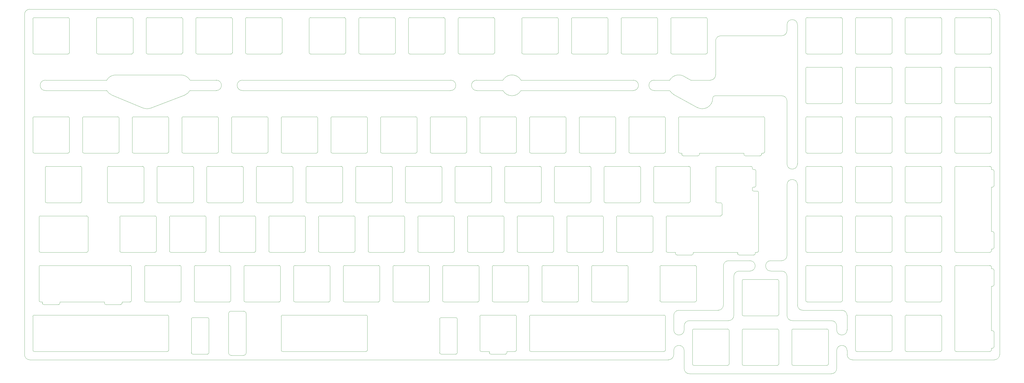
<source format=gbr>
%TF.GenerationSoftware,KiCad,Pcbnew,7.0.9*%
%TF.CreationDate,2023-12-13T22:48:57+01:00*%
%TF.ProjectId,E80-1800-plate-universal,4538302d-3138-4303-902d-706c6174652d,rev?*%
%TF.SameCoordinates,Original*%
%TF.FileFunction,Profile,NP*%
%FSLAX46Y46*%
G04 Gerber Fmt 4.6, Leading zero omitted, Abs format (unit mm)*
G04 Created by KiCad (PCBNEW 7.0.9) date 2023-12-13 22:48:57*
%MOMM*%
%LPD*%
G01*
G04 APERTURE LIST*
%TA.AperFunction,Profile*%
%ADD10C,0.100000*%
%TD*%
G04 APERTURE END LIST*
D10*
X360615890Y-75206250D02*
X360615890Y-58143750D01*
X347115890Y-50150000D02*
X360115890Y-50150000D01*
X361115891Y-58143750D02*
X360615890Y-58143750D01*
X361115892Y-81956250D02*
X360615890Y-81956251D01*
X347115890Y-50150000D02*
G75*
G03*
X346615890Y-50650000I1J-500001D01*
G01*
X360614774Y-50652764D02*
X360615890Y-51393749D01*
X360115890Y-83200000D02*
X347115890Y-83200000D01*
X346615890Y-82700000D02*
G75*
G03*
X347115890Y-83200000I500001J1D01*
G01*
X361615840Y-75706251D02*
G75*
G03*
X361115891Y-75206250I-499950J51D01*
G01*
X360615890Y-82700000D02*
X360615890Y-81956251D01*
X360614727Y-50652764D02*
G75*
G03*
X360114774Y-50152763I-499937J64D01*
G01*
X361115891Y-75206250D02*
X360615890Y-75206250D01*
X346615890Y-82700000D02*
X346615890Y-50650000D01*
X361615891Y-57643749D02*
X361615891Y-51893749D01*
X361115892Y-81956301D02*
G75*
G03*
X361615891Y-81456251I-102J500101D01*
G01*
X361115891Y-58143800D02*
G75*
G03*
X361615890Y-57643751I-101J500100D01*
G01*
X361615840Y-51893750D02*
G75*
G03*
X361115892Y-51393750I-499950J50D01*
G01*
X361615891Y-81456251D02*
X361615891Y-75706251D01*
X360115890Y-83200000D02*
G75*
G03*
X360615890Y-82700000I0J500000D01*
G01*
X361115892Y-51393750D02*
X360615890Y-51393749D01*
X361615891Y-113806251D02*
G75*
G03*
X361115891Y-113306250I-499967J34D01*
G01*
X361615891Y-119556251D02*
X361615891Y-113806251D01*
X361615891Y-95743749D02*
X361615891Y-89993749D01*
X361115891Y-96243700D02*
G75*
G03*
X361615890Y-95743751I-1J500000D01*
G01*
X361115892Y-120056250D02*
G75*
G03*
X361615891Y-119556251I-86J500085D01*
G01*
X361615940Y-89993750D02*
G75*
G03*
X361115892Y-89493750I-500050J-50D01*
G01*
X361115892Y-120056250D02*
X360615890Y-120056251D01*
X361115891Y-113306250D02*
X360615890Y-113306250D01*
X360615890Y-120800000D02*
X360615890Y-120056251D01*
X360614774Y-88752764D02*
X360615890Y-89493749D01*
X361115892Y-89493750D02*
X360615890Y-89493749D01*
X360615890Y-113306250D02*
X360615890Y-96243750D01*
X361115891Y-96243750D02*
X360615890Y-96243750D01*
X346615890Y-120800000D02*
X346615890Y-88750000D01*
X360614827Y-88752764D02*
G75*
G03*
X360114774Y-88252763I-500037J-36D01*
G01*
X360115890Y-121300000D02*
X347115890Y-121300000D01*
X347115890Y-88250000D02*
G75*
G03*
X346615890Y-88750000I0J-500000D01*
G01*
X347115890Y-88250000D02*
X360115890Y-88250000D01*
X346615890Y-120800000D02*
G75*
G03*
X347115890Y-121300000I500001J1D01*
G01*
X360115890Y-121300001D02*
G75*
G03*
X360615890Y-120800000I-2J500002D01*
G01*
X268937500Y-59175000D02*
G75*
G03*
X269437500Y-59675000I500000J0D01*
G01*
X269437499Y-58143700D02*
G75*
G03*
X268937500Y-58643749I1J-500000D01*
G01*
X268937452Y-50893748D02*
G75*
G03*
X269437500Y-51393748I500048J48D01*
G01*
X268937500Y-50650000D02*
G75*
G03*
X268437500Y-50150000I-500000J0D01*
G01*
X271318700Y-60175000D02*
G75*
G03*
X270818750Y-59675000I-500000J0D01*
G01*
X257318500Y-64650000D02*
G75*
G03*
X256818518Y-64150000I-500000J0D01*
G01*
X256818518Y-69200018D02*
G75*
G03*
X257318518Y-68700002I-18J500018D01*
G01*
X254937500Y-63650000D02*
G75*
G03*
X255437500Y-64150000I500000J0D01*
G01*
X268937500Y-50650000D02*
X268937500Y-50893748D01*
X255437500Y-50150000D02*
X268437500Y-50150000D01*
X270318749Y-57643748D02*
X270318749Y-51893748D01*
X269818749Y-58143748D02*
G75*
G03*
X270318748Y-57643749I-16J500015D01*
G01*
X270318748Y-51893748D02*
G75*
G03*
X269818749Y-51393748I-500040J-40D01*
G01*
X269818749Y-51393748D02*
X269437500Y-51393748D01*
X269818749Y-58143748D02*
X269437499Y-58143749D01*
X270818750Y-59675000D02*
X269437500Y-59675000D01*
X268937500Y-59175000D02*
X268937500Y-58643749D01*
X256818518Y-64150000D02*
X255437500Y-64150000D01*
X257318518Y-68700002D02*
X257318518Y-64650000D01*
X307310036Y-124499520D02*
X361812661Y-124499520D01*
X261860036Y-107462500D02*
X261860036Y-92412500D01*
X-8202314Y10200000D02*
G75*
G03*
X-10202314Y8200000I-1J-1999999D01*
G01*
X256870972Y22D02*
G75*
G03*
X254870972Y-1999999I-28J-1999972D01*
G01*
X245396540Y-17050000D02*
X252870973Y-17050000D01*
X53261777Y-17050005D02*
G75*
G03*
X49797686Y-15050000I-3464133J-2000045D01*
G01*
X173295934Y-21050000D02*
X163229166Y-21050000D01*
X305310036Y-112980320D02*
X305310036Y-107462500D01*
X301309994Y-111462500D02*
G75*
G03*
X299310036Y-109462500I-1999950J50D01*
G01*
X361812661Y10200000D02*
X-8202314Y10200000D01*
X242702607Y-15553370D02*
X245396540Y-17050000D01*
X259860036Y-86412442D02*
G75*
G03*
X257860036Y-88412500I8J-2000008D01*
G01*
X231295934Y-17050000D02*
X237295934Y-17050000D01*
X-10202314Y8200000D02*
X-10202314Y-122498140D01*
X254760036Y-23050000D02*
X280260036Y-23050000D01*
X286260036Y-103462500D02*
X286260036Y-57231249D01*
X63328555Y-21050000D02*
X53261787Y-21050000D01*
X263860036Y-90412500D02*
X268060036Y-90412500D01*
X-2202314Y-17050000D02*
X21333584Y-17050000D01*
X282260036Y2000000D02*
X282260036Y4200000D01*
X259860036Y-109462500D02*
X244810036Y-109462500D01*
X-2202315Y-17050000D02*
G75*
G03*
X-2202313Y-21050000I1J-2000000D01*
G01*
X242810036Y-120980320D02*
G75*
G03*
X238810036Y-120980320I-2000000J0D01*
G01*
X73816136Y-105800420D02*
X69066436Y-105800420D01*
X242810036Y-127862020D02*
X242810036Y-120980320D01*
X257860036Y-88412500D02*
X257860036Y-103462500D01*
X301310036Y-112980320D02*
X301310036Y-111462500D01*
X282260036Y-107462500D02*
X282260036Y-92412500D01*
X238810036Y-107462500D02*
X238810036Y-112980320D01*
X276060036Y-90412500D02*
X280260036Y-90412500D01*
X21333590Y-21049995D02*
G75*
G03*
X23259224Y-22742307I3464154J2000045D01*
G01*
X223295934Y-21050000D02*
X180224137Y-21050000D01*
X305309994Y-107462500D02*
G75*
G03*
X303310036Y-105462500I-1999950J50D01*
G01*
X256870973Y0D02*
X280260036Y0D01*
X238810036Y-120980320D02*
X238810036Y-122498140D01*
X286260036Y-57231249D02*
G75*
G03*
X282260036Y-57231249I-2000000J0D01*
G01*
X153229166Y-21050100D02*
G75*
G03*
X153229166Y-17050000I-22J2000050D01*
G01*
X73328555Y-17050000D02*
G75*
G03*
X73328555Y-21050000I-1J-2000000D01*
G01*
X173295935Y-21050000D02*
G75*
G03*
X180224137Y-21050000I3464101J2000001D01*
G01*
X282260036Y-57231249D02*
X282260036Y-84412500D01*
X255860036Y-105462500D02*
X240810036Y-105462500D01*
X180224137Y-17050000D02*
X223295934Y-17050000D01*
X263860036Y-90412442D02*
G75*
G03*
X261860036Y-92412500I8J-2000008D01*
G01*
X51233600Y-22783380D02*
G75*
G03*
X53261785Y-21050000I-1435956J3733430D01*
G01*
X238817464Y-22546629D02*
X247817464Y-27546629D01*
X259860036Y-86412500D02*
X268060036Y-86412500D01*
X361812661Y-124499567D02*
G75*
G03*
X363812661Y-122499520I-17J2000017D01*
G01*
X254760036Y-23049942D02*
G75*
G03*
X253760036Y-24050000I8J-1000008D01*
G01*
X268060036Y-90412600D02*
G75*
G03*
X268060036Y-86412500I8J2000050D01*
G01*
X68066436Y-121797700D02*
X68066436Y-106800420D01*
X-10202313Y-122498140D02*
G75*
G03*
X-8202314Y-124498139I1999999J0D01*
G01*
X299310036Y-129862042D02*
G75*
G03*
X301310036Y-127862020I8J1999992D01*
G01*
X255860036Y-105462542D02*
G75*
G03*
X257860036Y-103462500I8J1999992D01*
G01*
X63328555Y-21050000D02*
G75*
G03*
X63328555Y-17050000I-1J2000000D01*
G01*
X242702620Y-15553343D02*
G75*
G03*
X237295933Y-17050000I-1942576J-3496607D01*
G01*
X-2202314Y-21050000D02*
X21333584Y-21050000D01*
X305310074Y-122499520D02*
G75*
G03*
X307310036Y-124499520I1999970J-30D01*
G01*
X69066436Y-105800442D02*
G75*
G03*
X68066436Y-106800420I8J-1000008D01*
G01*
X286260036Y4200000D02*
G75*
G03*
X282260036Y4200000I-2000000J0D01*
G01*
X238810036Y-112980320D02*
G75*
G03*
X242810036Y-112980320I2000000J0D01*
G01*
X236810036Y-124498140D02*
X-8202314Y-124498140D01*
X252870973Y-17050078D02*
G75*
G03*
X254870972Y-15050000I-29J2000028D01*
G01*
X163229166Y-17050100D02*
G75*
G03*
X163229166Y-21050000I-22J-1999950D01*
G01*
X244810036Y-109462442D02*
G75*
G03*
X242810036Y-111462500I8J-2000008D01*
G01*
X282260094Y-107462500D02*
G75*
G03*
X284260036Y-109462500I1999950J-50D01*
G01*
X363812593Y8200000D02*
G75*
G03*
X361812661Y10199999I-1999949J50D01*
G01*
X74816174Y-106800420D02*
G75*
G03*
X73816136Y-105800420I-1000030J-30D01*
G01*
X244810036Y-129862020D02*
X299310036Y-129862020D01*
X363812661Y-122499520D02*
X363812661Y8200000D01*
X282260036Y-25050000D02*
X282260036Y-49231250D01*
X286260094Y-103462500D02*
G75*
G03*
X288260036Y-105462500I1999950J-50D01*
G01*
X305310036Y-120980320D02*
G75*
G03*
X301310036Y-120980320I-2000000J0D01*
G01*
X299310036Y-109462500D02*
X284260036Y-109462500D01*
X24797686Y-15050000D02*
X49797686Y-15050000D01*
X280260036Y-86412542D02*
G75*
G03*
X282260036Y-84412500I8J1999992D01*
G01*
X282259994Y-25050000D02*
G75*
G03*
X280260036Y-23050000I-1999950J50D01*
G01*
X301310036Y-127862020D02*
X301310036Y-120980320D01*
X74816136Y-106800420D02*
X74816136Y-121797700D01*
X242810074Y-127862020D02*
G75*
G03*
X244810036Y-129862020I1999970J-30D01*
G01*
X153229166Y-21050000D02*
X73328555Y-21050000D01*
X254870973Y-2000000D02*
X254870973Y-15050000D01*
X35259211Y-27742334D02*
G75*
G03*
X38233601Y-27783380I1538433J3692384D01*
G01*
X24797686Y-15050002D02*
G75*
G03*
X21333585Y-17050000I-2J-3999998D01*
G01*
X247817448Y-27546655D02*
G75*
G03*
X253760035Y-24049999I1942596J3496605D01*
G01*
X259860036Y-109462542D02*
G75*
G03*
X261860036Y-107462500I8J1999992D01*
G01*
X236810036Y-124498142D02*
G75*
G03*
X238810036Y-122498140I8J1999992D01*
G01*
X276060036Y-86412400D02*
G75*
G03*
X276060036Y-90412500I8J-2000050D01*
G01*
X73816136Y-122797742D02*
G75*
G03*
X74816136Y-121797700I8J999992D01*
G01*
X163229166Y-17050000D02*
X173295934Y-17050000D01*
X288260036Y-105462500D02*
X303310036Y-105462500D01*
X237295921Y-21050006D02*
G75*
G03*
X238817462Y-22546627I3464123J2000056D01*
G01*
X276060036Y-86412500D02*
X280260036Y-86412500D01*
X53261787Y-17050000D02*
X63328555Y-17050000D01*
X73328555Y-17050000D02*
X153229166Y-17050000D01*
X23259224Y-22742307D02*
X35259224Y-27742307D01*
X280260036Y-42D02*
G75*
G03*
X282260036Y2000000I8J1999992D01*
G01*
X301310036Y-112980320D02*
G75*
G03*
X305310036Y-112980320I2000000J0D01*
G01*
X305310036Y-122499520D02*
X305310036Y-120980320D01*
X240810036Y-105462442D02*
G75*
G03*
X238810036Y-107462500I8J-2000008D01*
G01*
X282260036Y-49231250D02*
G75*
G03*
X286260036Y-49231250I2000000J0D01*
G01*
X286260036Y4200000D02*
X286260036Y-49231250D01*
X180224148Y-17049994D02*
G75*
G03*
X173295936Y-17050001I-3464104J-2000056D01*
G01*
X282259994Y-92412500D02*
G75*
G03*
X280260036Y-90412500I-1999950J50D01*
G01*
X223295934Y-21049900D02*
G75*
G03*
X223295934Y-17050000I10J1999950D01*
G01*
X38233602Y-27783382D02*
X51233602Y-22783382D01*
X242810036Y-111462500D02*
X242810036Y-112980320D01*
X231295934Y-17050100D02*
G75*
G03*
X231295934Y-21050000I10J-1999950D01*
G01*
X237295934Y-21050000D02*
X231295934Y-21050000D01*
X69066436Y-122797700D02*
X73816136Y-122797700D01*
X68066494Y-121797700D02*
G75*
G03*
X69066436Y-122797700I999950J-50D01*
G01*
X-4118750Y-102250000D02*
X-3375000Y-102250001D01*
X20437500Y-102250001D02*
X3375000Y-102250001D01*
X168075000Y-121800001D02*
X168075000Y-121300000D01*
X174825000Y-121800001D02*
X174825000Y-121300001D01*
X177947236Y-121298884D02*
X174825000Y-121300001D01*
X270818750Y-83200050D02*
G75*
G03*
X271318750Y-82700000I-50J500050D01*
G01*
X270075000Y-83700001D02*
X270075000Y-83200000D01*
X270075000Y-83200000D02*
X270818750Y-83200000D01*
X236387500Y-83200000D02*
X239512500Y-83200000D01*
X241893750Y-45600001D02*
X241893750Y-45100000D01*
X248643750Y-45600001D02*
X248643750Y-45100000D01*
X265706250Y-45600001D02*
X265706250Y-45100000D01*
X272456250Y-45600001D02*
X272456250Y-45100000D01*
X273197236Y-45098884D02*
X272456250Y-45100000D01*
X248643750Y-45100000D02*
X265706250Y-45100000D01*
X241150000Y-45100000D02*
X241893750Y-45100000D01*
X241893799Y-45600001D02*
G75*
G03*
X242393750Y-46100001I500001J1D01*
G01*
X242393750Y-46100001D02*
X248143750Y-46100001D01*
X248143750Y-46100050D02*
G75*
G03*
X248643750Y-45600001I-50J500050D01*
G01*
X20437500Y-102750001D02*
G75*
G03*
X20937499Y-103250000I500100J101D01*
G01*
X26687500Y-103250000D02*
G75*
G03*
X27187500Y-102750001I0J500000D01*
G01*
X-3375000Y-102750001D02*
G75*
G03*
X-2875000Y-103250001I500001J1D01*
G01*
X2875000Y-103250000D02*
G75*
G03*
X3375000Y-102750001I0J500000D01*
G01*
X20437500Y-102250001D02*
X20437500Y-102750001D01*
X-2875000Y-103250001D02*
X2875000Y-103250001D01*
X-3375000Y-102250001D02*
X-3375000Y-102750001D01*
X3375000Y-102250001D02*
X3375000Y-102750001D01*
X27187500Y-102250000D02*
X27187500Y-102750001D01*
X20937500Y-103250001D02*
X26687500Y-103250001D01*
X263325000Y-83700001D02*
G75*
G03*
X263824999Y-84200000I500100J101D01*
G01*
X245762500Y-84200000D02*
G75*
G03*
X246262500Y-83700001I0J500000D01*
G01*
X239512499Y-83700001D02*
G75*
G03*
X240012500Y-84200001I500001J1D01*
G01*
X269575000Y-84200000D02*
G75*
G03*
X270075000Y-83700001I0J500000D01*
G01*
X263325000Y-83200000D02*
X263325000Y-83700001D01*
X246262500Y-83200000D02*
X246262500Y-83700001D01*
X240012500Y-84200001D02*
X245762500Y-84200001D01*
X263825000Y-84200001D02*
X269575000Y-84200001D01*
X239512500Y-83200000D02*
X239512500Y-83700001D01*
X265706200Y-45600001D02*
G75*
G03*
X266206249Y-46100000I500100J101D01*
G01*
X271956250Y-46099950D02*
G75*
G03*
X272456250Y-45600001I50J499950D01*
G01*
X266206250Y-46100001D02*
X271956250Y-46100001D01*
X168074999Y-121800001D02*
G75*
G03*
X168574999Y-122300001I500001J1D01*
G01*
X174325000Y-122300000D02*
G75*
G03*
X174825000Y-121800001I0J500000D01*
G01*
X168575000Y-122300001D02*
X174325000Y-122300001D01*
X149024999Y-121800001D02*
G75*
G03*
X149524999Y-122300001I500001J1D01*
G01*
X60524999Y-108800001D02*
G75*
G03*
X60025000Y-108300001I-499999J1D01*
G01*
X53774999Y-121800001D02*
G75*
G03*
X54275000Y-122300001I500001J1D01*
G01*
X155275000Y-122299999D02*
G75*
G03*
X155774999Y-121800001I0J499999D01*
G01*
X54275000Y-108300000D02*
G75*
G03*
X53775000Y-108800001I0J-500000D01*
G01*
X60025000Y-122300000D02*
G75*
G03*
X60525000Y-121800001I0J500000D01*
G01*
X149525000Y-108299999D02*
G75*
G03*
X149024999Y-108800001I0J-500001D01*
G01*
X155773799Y-108800001D02*
G75*
G03*
X155273789Y-108300001I-499999J1D01*
G01*
X149525000Y-122300001D02*
X155275000Y-122300001D01*
X149525000Y-108300001D02*
X155273789Y-108300001D01*
X149025000Y-108800001D02*
X149025000Y-121800001D01*
X155773789Y-108800001D02*
X155775000Y-121800001D01*
X54275000Y-108300001D02*
X60025000Y-108300001D01*
X53775000Y-108800001D02*
X53775000Y-121800001D01*
X54275000Y-122300001D02*
X60025000Y-122300001D01*
X60525000Y-108800001D02*
X60525000Y-121800001D01*
X6497236Y-6998936D02*
G75*
G03*
X6997236Y-6498884I-36J500036D01*
G01*
X-6500000Y7000000D02*
G75*
G03*
X-7000000Y6500000I1J-500001D01*
G01*
X-7000000Y-6500000D02*
G75*
G03*
X-6500000Y-7000000I500001J1D01*
G01*
X7000000Y6500000D02*
G75*
G03*
X6500000Y7000000I-500000J0D01*
G01*
X-7000000Y-6500000D02*
X-7000000Y6500000D01*
X-6500000Y7000000D02*
X6500000Y7000000D01*
X7000000Y6500000D02*
X7000000Y-6500000D01*
X6500000Y-7000000D02*
X-6500000Y-7000000D01*
X121300000Y-107800000D02*
G75*
G03*
X120800000Y-107300000I-500000J0D01*
G01*
X120797236Y-121298836D02*
G75*
G03*
X121297236Y-120798884I64J499936D01*
G01*
X121300000Y-107800000D02*
X121300000Y-120800000D01*
X-4618750Y-82700000D02*
G75*
G03*
X-4118750Y-83200000I500001J1D01*
G01*
X-4118750Y-69200000D02*
G75*
G03*
X-4618750Y-69700000I1J-500001D01*
G01*
X13640986Y-83198884D02*
X-4118750Y-83200000D01*
X-4618750Y-82700000D02*
X-4618750Y-69700000D01*
X-4118750Y-69200000D02*
X13643750Y-69200000D01*
X360113126Y-45098826D02*
G75*
G03*
X360613126Y-44598884I74J499926D01*
G01*
X346615900Y-44600000D02*
G75*
G03*
X347115890Y-45100000I500000J0D01*
G01*
X360615900Y-31600000D02*
G75*
G03*
X360115890Y-31100000I-500000J0D01*
G01*
X347115890Y-31099990D02*
G75*
G03*
X346615890Y-31600000I10J-500010D01*
G01*
X346615890Y-44600000D02*
X346615890Y-31600000D01*
X360115890Y-45100000D02*
X347115890Y-45100000D01*
X347115890Y-31100000D02*
X360115890Y-31100000D01*
X360615890Y-31600000D02*
X360615890Y-44600000D01*
X279057987Y-94107913D02*
G75*
G03*
X278558025Y-93607913I-499987J13D01*
G01*
X278555261Y-107606861D02*
G75*
G03*
X279055261Y-107106797I39J499961D01*
G01*
X265057987Y-107107913D02*
G75*
G03*
X265558025Y-107607913I500013J13D01*
G01*
X265558025Y-93607925D02*
G75*
G03*
X265058025Y-94107913I-25J-499975D01*
G01*
X278558025Y-107607913D02*
X265558025Y-107607913D01*
X265558025Y-93607913D02*
X278558025Y-93607913D01*
X279058025Y-94107913D02*
X279058025Y-107107913D01*
X265058025Y-107107913D02*
X265058025Y-94107913D01*
X-6500000Y-31100000D02*
G75*
G03*
X-7000000Y-31600000I1J-500001D01*
G01*
X7000000Y-31600000D02*
G75*
G03*
X6500000Y-31100000I-500000J0D01*
G01*
X6497236Y-45098836D02*
G75*
G03*
X6997236Y-44598884I64J499936D01*
G01*
X-7000000Y-44600000D02*
G75*
G03*
X-6500000Y-45100000I500001J1D01*
G01*
X6500000Y-45100000D02*
X-6500000Y-45100000D01*
X7000000Y-31600000D02*
X7000000Y-44600000D01*
X-6500000Y-31100000D02*
X6500000Y-31100000D01*
X-7000000Y-44600000D02*
X-7000000Y-31600000D01*
X259505261Y-126656861D02*
G75*
G03*
X260005261Y-126156797I39J499961D01*
G01*
X246508025Y-112657925D02*
G75*
G03*
X246008025Y-113157913I-25J-499975D01*
G01*
X246007987Y-126157913D02*
G75*
G03*
X246508025Y-126657913I500013J13D01*
G01*
X260007987Y-113157913D02*
G75*
G03*
X259508025Y-112657913I-499987J13D01*
G01*
X246508025Y-112657913D02*
X259508025Y-112657913D01*
X246008025Y-126157913D02*
X246008025Y-113157913D01*
X260008025Y-113157913D02*
X260008025Y-126157913D01*
X259508025Y-126657913D02*
X246508025Y-126657913D01*
X303465900Y6500000D02*
G75*
G03*
X302965890Y7000000I-500000J0D01*
G01*
X289965890Y7000010D02*
G75*
G03*
X289465890Y6500000I10J-500010D01*
G01*
X302963126Y-6998826D02*
G75*
G03*
X303463126Y-6498884I74J499926D01*
G01*
X289465900Y-6500000D02*
G75*
G03*
X289965890Y-7000000I500000J0D01*
G01*
X302965890Y-7000000D02*
X289965890Y-7000000D01*
X289465890Y-6500000D02*
X289465890Y6500000D01*
X289965890Y7000000D02*
X302965890Y7000000D01*
X303465890Y6500000D02*
X303465890Y-6500000D01*
X49955069Y-6998869D02*
G75*
G03*
X50455069Y-6498884I31J499969D01*
G01*
X36957833Y6999967D02*
G75*
G03*
X36457833Y6500000I-33J-499967D01*
G01*
X50457800Y6500000D02*
G75*
G03*
X49957833Y7000000I-500000J0D01*
G01*
X36457800Y-6500000D02*
G75*
G03*
X36957833Y-7000000I500000J0D01*
G01*
X49957833Y-7000000D02*
X36957833Y-7000000D01*
X36457833Y-6500000D02*
X36457833Y6500000D01*
X50457833Y6500000D02*
X50457833Y-6500000D01*
X36957833Y7000000D02*
X49957833Y7000000D01*
X251170831Y-6998831D02*
G75*
G03*
X251670831Y-6498884I69J499931D01*
G01*
X238173595Y7000005D02*
G75*
G03*
X237673595Y6500000I5J-500005D01*
G01*
X251673600Y6500000D02*
G75*
G03*
X251173595Y7000000I-500000J0D01*
G01*
X237673600Y-6500000D02*
G75*
G03*
X238173595Y-7000000I500000J0D01*
G01*
X251173595Y-7000000D02*
X238173595Y-7000000D01*
X251673595Y6500000D02*
X251673595Y-6500000D01*
X237673595Y-6500000D02*
X237673595Y6500000D01*
X238173595Y7000000D02*
X251173595Y7000000D01*
X88250080Y-120800120D02*
G75*
G03*
X88750100Y-121300120I500020J20D01*
G01*
X88750100Y-107300100D02*
G75*
G03*
X88250100Y-107800120I0J-500000D01*
G01*
X120797236Y-121298884D02*
X88750100Y-121300120D01*
X88250100Y-120800120D02*
X88250100Y-107800120D01*
X88750100Y-107300120D02*
X120800000Y-107300000D01*
X302963126Y-83198826D02*
G75*
G03*
X303463126Y-82698884I74J499926D01*
G01*
X289965890Y-69199990D02*
G75*
G03*
X289465890Y-69700000I10J-500010D01*
G01*
X303465900Y-69700000D02*
G75*
G03*
X302965890Y-69200000I-500000J0D01*
G01*
X289465900Y-82700000D02*
G75*
G03*
X289965890Y-83200000I500000J0D01*
G01*
X302965890Y-83200000D02*
X289965890Y-83200000D01*
X289965890Y-69200000D02*
X302965890Y-69200000D01*
X289465890Y-82700000D02*
X289465890Y-69700000D01*
X303465890Y-69700000D02*
X303465890Y-82700000D01*
X309015890Y-69199990D02*
G75*
G03*
X308515890Y-69700000I10J-500010D01*
G01*
X308515900Y-82700000D02*
G75*
G03*
X309015890Y-83200000I500000J0D01*
G01*
X322515900Y-69700000D02*
G75*
G03*
X322015890Y-69200000I-500000J0D01*
G01*
X322013126Y-83198826D02*
G75*
G03*
X322513126Y-82698884I74J499926D01*
G01*
X322015890Y-83200000D02*
X309015890Y-83200000D01*
X309015890Y-69200000D02*
X322015890Y-69200000D01*
X322515890Y-69700000D02*
X322515890Y-82700000D01*
X308515890Y-82700000D02*
X308515890Y-69700000D01*
X328065890Y-50149990D02*
G75*
G03*
X327565890Y-50650000I10J-500010D01*
G01*
X341565900Y-50650000D02*
G75*
G03*
X341065890Y-50150000I-500000J0D01*
G01*
X327565900Y-63650000D02*
G75*
G03*
X328065890Y-64150000I500000J0D01*
G01*
X341063126Y-64148826D02*
G75*
G03*
X341563126Y-63648884I74J499926D01*
G01*
X341565890Y-50650000D02*
X341565890Y-63650000D01*
X327565890Y-63650000D02*
X327565890Y-50650000D01*
X328065890Y-50150000D02*
X341065890Y-50150000D01*
X341065890Y-64150000D02*
X328065890Y-64150000D01*
X322515900Y-50650000D02*
G75*
G03*
X322015890Y-50150000I-500000J0D01*
G01*
X322013126Y-64148826D02*
G75*
G03*
X322513126Y-63648884I74J499926D01*
G01*
X309015890Y-50149990D02*
G75*
G03*
X308515890Y-50650000I10J-500010D01*
G01*
X308515900Y-63650000D02*
G75*
G03*
X309015890Y-64150000I500000J0D01*
G01*
X309015890Y-50150000D02*
X322015890Y-50150000D01*
X322515890Y-50650000D02*
X322515890Y-63650000D01*
X322015890Y-64150000D02*
X309015890Y-64150000D01*
X308515890Y-63650000D02*
X308515890Y-50650000D01*
X302963126Y-64148826D02*
G75*
G03*
X303463126Y-63648884I74J499926D01*
G01*
X289965890Y-50149990D02*
G75*
G03*
X289465890Y-50650000I10J-500010D01*
G01*
X303465900Y-50650000D02*
G75*
G03*
X302965890Y-50150000I-500000J0D01*
G01*
X289465900Y-63650000D02*
G75*
G03*
X289965890Y-64150000I500000J0D01*
G01*
X303465890Y-50650000D02*
X303465890Y-63650000D01*
X289465890Y-63650000D02*
X289465890Y-50650000D01*
X302965890Y-64150000D02*
X289965890Y-64150000D01*
X289965890Y-50150000D02*
X302965890Y-50150000D01*
X341565900Y-69700000D02*
G75*
G03*
X341065890Y-69200000I-500000J0D01*
G01*
X341063126Y-83198826D02*
G75*
G03*
X341563126Y-82698884I74J499926D01*
G01*
X327565900Y-82700000D02*
G75*
G03*
X328065890Y-83200000I500000J0D01*
G01*
X328065890Y-69199990D02*
G75*
G03*
X327565890Y-69700000I10J-500010D01*
G01*
X328065890Y-69200000D02*
X341065890Y-69200000D01*
X341065890Y-83200000D02*
X328065890Y-83200000D01*
X327565890Y-82700000D02*
X327565890Y-69700000D01*
X341565890Y-69700000D02*
X341565890Y-82700000D01*
X341063126Y-45098826D02*
G75*
G03*
X341563126Y-44598884I74J499926D01*
G01*
X328065890Y-31099990D02*
G75*
G03*
X327565890Y-31600000I10J-500010D01*
G01*
X341565900Y-31600000D02*
G75*
G03*
X341065890Y-31100000I-500000J0D01*
G01*
X327565900Y-44600000D02*
G75*
G03*
X328065890Y-45100000I500000J0D01*
G01*
X328065890Y-31100000D02*
X341065890Y-31100000D01*
X341065890Y-45100000D02*
X328065890Y-45100000D01*
X341565890Y-31600000D02*
X341565890Y-44600000D01*
X327565890Y-44600000D02*
X327565890Y-31600000D01*
X308515900Y-44600000D02*
G75*
G03*
X309015890Y-45100000I500000J0D01*
G01*
X322515900Y-31600000D02*
G75*
G03*
X322015890Y-31100000I-500000J0D01*
G01*
X322013126Y-45098826D02*
G75*
G03*
X322513126Y-44598884I74J499926D01*
G01*
X309015890Y-31099990D02*
G75*
G03*
X308515890Y-31600000I10J-500010D01*
G01*
X309015890Y-31100000D02*
X322015890Y-31100000D01*
X308515890Y-44600000D02*
X308515890Y-31600000D01*
X322515890Y-31600000D02*
X322515890Y-44600000D01*
X322015890Y-45100000D02*
X309015890Y-45100000D01*
X302963126Y-45098826D02*
G75*
G03*
X303463126Y-44598884I74J499926D01*
G01*
X303465900Y-31600000D02*
G75*
G03*
X302965890Y-31100000I-500000J0D01*
G01*
X289965890Y-31099990D02*
G75*
G03*
X289465890Y-31600000I10J-500010D01*
G01*
X289465900Y-44600000D02*
G75*
G03*
X289965890Y-45100000I500000J0D01*
G01*
X289965890Y-31100000D02*
X302965890Y-31100000D01*
X303465890Y-31600000D02*
X303465890Y-44600000D01*
X289465890Y-44600000D02*
X289465890Y-31600000D01*
X302965890Y-45100000D02*
X289965890Y-45100000D01*
X360615900Y-12550000D02*
G75*
G03*
X360115890Y-12050000I-500000J0D01*
G01*
X347115890Y-12049990D02*
G75*
G03*
X346615890Y-12550000I10J-500010D01*
G01*
X360113126Y-26048826D02*
G75*
G03*
X360613126Y-25548884I74J499926D01*
G01*
X346615900Y-25550000D02*
G75*
G03*
X347115890Y-26050000I500000J0D01*
G01*
X346615890Y-25550000D02*
X346615890Y-12550000D01*
X360115890Y-26050000D02*
X347115890Y-26050000D01*
X347115890Y-12050000D02*
X360115890Y-12050000D01*
X360615890Y-12550000D02*
X360615890Y-25550000D01*
X327565900Y-25550000D02*
G75*
G03*
X328065890Y-26050000I500000J0D01*
G01*
X328065890Y-12049990D02*
G75*
G03*
X327565890Y-12550000I10J-500010D01*
G01*
X341063126Y-26048826D02*
G75*
G03*
X341563126Y-25548884I74J499926D01*
G01*
X341565900Y-12550000D02*
G75*
G03*
X341065890Y-12050000I-500000J0D01*
G01*
X341565890Y-12550000D02*
X341565890Y-25550000D01*
X327565890Y-25550000D02*
X327565890Y-12550000D01*
X328065890Y-12050000D02*
X341065890Y-12050000D01*
X341065890Y-26050000D02*
X328065890Y-26050000D01*
X360113126Y-6998826D02*
G75*
G03*
X360613126Y-6498884I74J499926D01*
G01*
X347115890Y7000010D02*
G75*
G03*
X346615890Y6500000I10J-500010D01*
G01*
X360615900Y6500000D02*
G75*
G03*
X360115890Y7000000I-500000J0D01*
G01*
X346615900Y-6500000D02*
G75*
G03*
X347115890Y-7000000I500000J0D01*
G01*
X346615890Y-6500000D02*
X346615890Y6500000D01*
X360115890Y-7000000D02*
X347115890Y-7000000D01*
X360615890Y6500000D02*
X360615890Y-6500000D01*
X347115890Y7000000D02*
X360115890Y7000000D01*
X302963126Y-26048826D02*
G75*
G03*
X303463126Y-25548884I74J499926D01*
G01*
X303465900Y-12550000D02*
G75*
G03*
X302965890Y-12050000I-500000J0D01*
G01*
X289465900Y-25550000D02*
G75*
G03*
X289965890Y-26050000I500000J0D01*
G01*
X289965890Y-12049990D02*
G75*
G03*
X289465890Y-12550000I10J-500010D01*
G01*
X289465890Y-25550000D02*
X289465890Y-12550000D01*
X303465890Y-12550000D02*
X303465890Y-25550000D01*
X289965890Y-12050000D02*
X302965890Y-12050000D01*
X302965890Y-26050000D02*
X289965890Y-26050000D01*
X341565900Y6500000D02*
G75*
G03*
X341065890Y7000000I-500000J0D01*
G01*
X328065890Y7000010D02*
G75*
G03*
X327565890Y6500000I10J-500010D01*
G01*
X341063126Y-6998826D02*
G75*
G03*
X341563126Y-6498884I74J499926D01*
G01*
X327565900Y-6500000D02*
G75*
G03*
X328065890Y-7000000I500000J0D01*
G01*
X328065890Y7000000D02*
X341065890Y7000000D01*
X341565890Y6500000D02*
X341565890Y-6500000D01*
X327565890Y-6500000D02*
X327565890Y6500000D01*
X341065890Y-7000000D02*
X328065890Y-7000000D01*
X308515900Y-25550000D02*
G75*
G03*
X309015890Y-26050000I500000J0D01*
G01*
X309015890Y-12049990D02*
G75*
G03*
X308515890Y-12550000I10J-500010D01*
G01*
X322013126Y-26048826D02*
G75*
G03*
X322513126Y-25548884I74J499926D01*
G01*
X322515900Y-12550000D02*
G75*
G03*
X322015890Y-12050000I-500000J0D01*
G01*
X322515890Y-12550000D02*
X322515890Y-25550000D01*
X309015890Y-12050000D02*
X322015890Y-12050000D01*
X308515890Y-25550000D02*
X308515890Y-12550000D01*
X322015890Y-26050000D02*
X309015890Y-26050000D01*
X322515900Y6500000D02*
G75*
G03*
X322015890Y7000000I-500000J0D01*
G01*
X309015890Y7000010D02*
G75*
G03*
X308515890Y6500000I10J-500010D01*
G01*
X322013126Y-6998826D02*
G75*
G03*
X322513126Y-6498884I74J499926D01*
G01*
X308515900Y-6500000D02*
G75*
G03*
X309015890Y-7000000I500000J0D01*
G01*
X309015890Y7000000D02*
X322015890Y7000000D01*
X322515890Y6500000D02*
X322515890Y-6500000D01*
X322015890Y-7000000D02*
X309015890Y-7000000D01*
X308515890Y-6500000D02*
X308515890Y6500000D01*
X308515900Y-120800000D02*
G75*
G03*
X309015890Y-121300000I500000J0D01*
G01*
X322515900Y-107800000D02*
G75*
G03*
X322015890Y-107300000I-500000J0D01*
G01*
X322013126Y-121298826D02*
G75*
G03*
X322513126Y-120798884I74J499926D01*
G01*
X309015890Y-107299990D02*
G75*
G03*
X308515890Y-107800000I10J-500010D01*
G01*
X309015890Y-107300000D02*
X322015890Y-107300000D01*
X322515890Y-107800000D02*
X322515890Y-120800000D01*
X308515890Y-120800000D02*
X308515890Y-107800000D01*
X322015890Y-121300000D02*
X309015890Y-121300000D01*
X200073595Y7000005D02*
G75*
G03*
X199573595Y6500000I5J-500005D01*
G01*
X213070831Y-6998831D02*
G75*
G03*
X213570831Y-6498884I69J499931D01*
G01*
X199573600Y-6500000D02*
G75*
G03*
X200073595Y-7000000I500000J0D01*
G01*
X213573600Y6500000D02*
G75*
G03*
X213073595Y7000000I-500000J0D01*
G01*
X200073595Y7000000D02*
X213073595Y7000000D01*
X199573595Y-6500000D02*
X199573595Y6500000D01*
X213573595Y6500000D02*
X213573595Y-6500000D01*
X213073595Y-7000000D02*
X200073595Y-7000000D01*
X99465714Y6999986D02*
G75*
G03*
X98965714Y6500000I-14J-499986D01*
G01*
X112462950Y-6998850D02*
G75*
G03*
X112962950Y-6498884I50J499950D01*
G01*
X98965700Y-6500000D02*
G75*
G03*
X99465714Y-7000000I500000J0D01*
G01*
X112965700Y6500000D02*
G75*
G03*
X112465714Y7000000I-500000J0D01*
G01*
X99465714Y7000000D02*
X112465714Y7000000D01*
X112965714Y6500000D02*
X112965714Y-6500000D01*
X112465714Y-7000000D02*
X99465714Y-7000000D01*
X98965714Y-6500000D02*
X98965714Y6500000D01*
X30905069Y-6998869D02*
G75*
G03*
X31405069Y-6498884I31J499969D01*
G01*
X31407800Y6500000D02*
G75*
G03*
X30907833Y7000000I-500000J0D01*
G01*
X17907833Y6999967D02*
G75*
G03*
X17407833Y6500000I-33J-499967D01*
G01*
X17407800Y-6500000D02*
G75*
G03*
X17907833Y-7000000I500000J0D01*
G01*
X17407833Y-6500000D02*
X17407833Y6500000D01*
X30907833Y-7000000D02*
X17907833Y-7000000D01*
X31407833Y6500000D02*
X31407833Y-6500000D01*
X17907833Y7000000D02*
X30907833Y7000000D01*
X197500000Y-31600000D02*
G75*
G03*
X197000000Y-31100000I-500000J0D01*
G01*
X183500000Y-44600000D02*
G75*
G03*
X184000000Y-45100000I500000J0D01*
G01*
X196997236Y-45098836D02*
G75*
G03*
X197497236Y-44598884I64J499936D01*
G01*
X184000000Y-31100000D02*
G75*
G03*
X183500000Y-31600000I0J-500000D01*
G01*
X197000000Y-45100000D02*
X184000000Y-45100000D01*
X183500000Y-44600000D02*
X183500000Y-31600000D01*
X184000000Y-31100000D02*
X197000000Y-31100000D01*
X197500000Y-31600000D02*
X197500000Y-44600000D01*
X49359736Y-102248836D02*
G75*
G03*
X49859736Y-101748884I64J499936D01*
G01*
X35862500Y-101750000D02*
G75*
G03*
X36362500Y-102250000I500000J0D01*
G01*
X49862500Y-88750000D02*
G75*
G03*
X49362500Y-88250000I-500000J0D01*
G01*
X36362500Y-88250000D02*
G75*
G03*
X35862500Y-88750000I0J-500000D01*
G01*
X49862500Y-88750000D02*
X49862500Y-101750000D01*
X35862500Y-101750000D02*
X35862500Y-88750000D01*
X49362500Y-102250000D02*
X36362500Y-102250000D01*
X36362500Y-88250000D02*
X49362500Y-88250000D01*
X45100000Y-107800000D02*
G75*
G03*
X44600000Y-107300000I-500000J0D01*
G01*
X44597236Y-121298836D02*
G75*
G03*
X45097236Y-120798884I64J499936D01*
G01*
X45100000Y-107800000D02*
X45100000Y-120800000D01*
X328065890Y-107299990D02*
G75*
G03*
X327565890Y-107800000I10J-500010D01*
G01*
X327565900Y-120800000D02*
G75*
G03*
X328065890Y-121300000I500000J0D01*
G01*
X341063126Y-121298826D02*
G75*
G03*
X341563126Y-120798884I74J499926D01*
G01*
X341565900Y-107800000D02*
G75*
G03*
X341065890Y-107300000I-500000J0D01*
G01*
X328065890Y-107300000D02*
X341065890Y-107300000D01*
X327565890Y-120800000D02*
X327565890Y-107800000D01*
X341065890Y-121300000D02*
X328065890Y-121300000D01*
X341565890Y-107800000D02*
X341565890Y-120800000D01*
X298107987Y-113157913D02*
G75*
G03*
X297608025Y-112657913I-499987J13D01*
G01*
X284608025Y-112657925D02*
G75*
G03*
X284108025Y-113157913I-25J-499975D01*
G01*
X284107987Y-126157913D02*
G75*
G03*
X284608025Y-126657913I500013J13D01*
G01*
X297605261Y-126656861D02*
G75*
G03*
X298105261Y-126156797I39J499961D01*
G01*
X284608025Y-112657913D02*
X297608025Y-112657913D01*
X298108025Y-113157913D02*
X298108025Y-126157913D01*
X297608025Y-126657913D02*
X284608025Y-126657913D01*
X284108025Y-126157913D02*
X284108025Y-113157913D01*
X265558025Y-112657925D02*
G75*
G03*
X265058025Y-113157913I-25J-499975D01*
G01*
X279057987Y-113157913D02*
G75*
G03*
X278558025Y-112657913I-499987J13D01*
G01*
X265057987Y-126157913D02*
G75*
G03*
X265558025Y-126657913I500013J13D01*
G01*
X278555261Y-126656861D02*
G75*
G03*
X279055261Y-126156797I39J499961D01*
G01*
X265058025Y-126157913D02*
X265058025Y-113157913D01*
X279058025Y-113157913D02*
X279058025Y-126157913D01*
X265558025Y-112657913D02*
X278558025Y-112657913D01*
X278558025Y-126657913D02*
X265558025Y-126657913D01*
X235097236Y-121298836D02*
G75*
G03*
X235597236Y-120798884I64J499936D01*
G01*
X235600000Y-107800000D02*
G75*
G03*
X235100000Y-107300000I-500000J0D01*
G01*
X235600000Y-107800000D02*
X235600000Y-120800000D01*
X184000000Y-107300000D02*
G75*
G03*
X183500000Y-107800000I0J-500000D01*
G01*
X183500000Y-120800000D02*
G75*
G03*
X184000000Y-121300000I500000J0D01*
G01*
X235097236Y-121298884D02*
X184000000Y-121300000D01*
X184000000Y-107300000D02*
X235100000Y-107300000D01*
X183500000Y-120800000D02*
X183500000Y-107800000D01*
X164450000Y-120800000D02*
G75*
G03*
X164950000Y-121300000I500000J0D01*
G01*
X164950000Y-107300000D02*
G75*
G03*
X164450000Y-107800000I0J-500000D01*
G01*
X177947236Y-121298836D02*
G75*
G03*
X178447236Y-120798884I64J499936D01*
G01*
X178450000Y-107800000D02*
G75*
G03*
X177950000Y-107300000I-500000J0D01*
G01*
X164450000Y-120800000D02*
X164450000Y-107800000D01*
X178450000Y-107800000D02*
X178450000Y-120800000D01*
X164950000Y-107300000D02*
X177950000Y-107300000D01*
X168075000Y-121300000D02*
X164950000Y-121300000D01*
X-6500000Y-107300000D02*
G75*
G03*
X-7000000Y-107800000I1J-500001D01*
G01*
X-7000000Y-120800000D02*
G75*
G03*
X-6500000Y-121300000I500001J1D01*
G01*
X44597236Y-121298884D02*
X-6500000Y-121300000D01*
X-7000000Y-120800000D02*
X-7000000Y-107800000D01*
X-6500000Y-107300000D02*
X44600000Y-107300000D01*
X328065890Y-88249990D02*
G75*
G03*
X327565890Y-88750000I10J-500010D01*
G01*
X341063126Y-102248826D02*
G75*
G03*
X341563126Y-101748884I74J499926D01*
G01*
X341565900Y-88750000D02*
G75*
G03*
X341065890Y-88250000I-500000J0D01*
G01*
X327565900Y-101750000D02*
G75*
G03*
X328065890Y-102250000I500000J0D01*
G01*
X341565890Y-88750000D02*
X341565890Y-101750000D01*
X341065890Y-102250000D02*
X328065890Y-102250000D01*
X328065890Y-88250000D02*
X341065890Y-88250000D01*
X327565890Y-101750000D02*
X327565890Y-88750000D01*
X322515900Y-88750000D02*
G75*
G03*
X322015890Y-88250000I-500000J0D01*
G01*
X322013126Y-102248826D02*
G75*
G03*
X322513126Y-101748884I74J499926D01*
G01*
X309015890Y-88249990D02*
G75*
G03*
X308515890Y-88750000I10J-500010D01*
G01*
X308515900Y-101750000D02*
G75*
G03*
X309015890Y-102250000I500000J0D01*
G01*
X322015890Y-102250000D02*
X309015890Y-102250000D01*
X322515890Y-88750000D02*
X322515890Y-101750000D01*
X308515890Y-101750000D02*
X308515890Y-88750000D01*
X309015890Y-88250000D02*
X322015890Y-88250000D01*
X289965890Y-88249990D02*
G75*
G03*
X289465890Y-88750000I10J-500010D01*
G01*
X303465900Y-88750000D02*
G75*
G03*
X302965890Y-88250000I-500000J0D01*
G01*
X302963126Y-102248826D02*
G75*
G03*
X303463126Y-101748884I74J499926D01*
G01*
X289465900Y-101750000D02*
G75*
G03*
X289965890Y-102250000I500000J0D01*
G01*
X302965890Y-102250000D02*
X289965890Y-102250000D01*
X303465890Y-88750000D02*
X303465890Y-101750000D01*
X289465890Y-101750000D02*
X289465890Y-88750000D01*
X289965890Y-88250000D02*
X302965890Y-88250000D01*
X234006250Y-88249950D02*
G75*
G03*
X233506250Y-88750000I50J-500050D01*
G01*
X233506300Y-101750000D02*
G75*
G03*
X234006250Y-102250000I500000J0D01*
G01*
X247003486Y-102248886D02*
G75*
G03*
X247503486Y-101748884I14J499986D01*
G01*
X247506200Y-88750000D02*
G75*
G03*
X247006250Y-88250000I-500000J0D01*
G01*
X234006250Y-88250000D02*
X247006250Y-88250000D01*
X233506250Y-101750000D02*
X233506250Y-88750000D01*
X247006250Y-102250000D02*
X234006250Y-102250000D01*
X247506250Y-88750000D02*
X247506250Y-101750000D01*
X220809736Y-102248836D02*
G75*
G03*
X221309736Y-101748884I64J499936D01*
G01*
X207812500Y-88250000D02*
G75*
G03*
X207312500Y-88750000I0J-500000D01*
G01*
X221312500Y-88750000D02*
G75*
G03*
X220812500Y-88250000I-500000J0D01*
G01*
X207312500Y-101750000D02*
G75*
G03*
X207812500Y-102250000I500000J0D01*
G01*
X220812500Y-102250000D02*
X207812500Y-102250000D01*
X207312500Y-101750000D02*
X207312500Y-88750000D01*
X221312500Y-88750000D02*
X221312500Y-101750000D01*
X207812500Y-88250000D02*
X220812500Y-88250000D01*
X201759736Y-102248836D02*
G75*
G03*
X202259736Y-101748884I64J499936D01*
G01*
X202262500Y-88750000D02*
G75*
G03*
X201762500Y-88250000I-500000J0D01*
G01*
X188762500Y-88250000D02*
G75*
G03*
X188262500Y-88750000I0J-500000D01*
G01*
X188262500Y-101750000D02*
G75*
G03*
X188762500Y-102250000I500000J0D01*
G01*
X202262500Y-88750000D02*
X202262500Y-101750000D01*
X188262500Y-101750000D02*
X188262500Y-88750000D01*
X201762500Y-102250000D02*
X188762500Y-102250000D01*
X188762500Y-88250000D02*
X201762500Y-88250000D01*
X182709736Y-102248836D02*
G75*
G03*
X183209736Y-101748884I64J499936D01*
G01*
X183212500Y-88750000D02*
G75*
G03*
X182712500Y-88250000I-500000J0D01*
G01*
X169212500Y-101750000D02*
G75*
G03*
X169712500Y-102250000I500000J0D01*
G01*
X169712500Y-88250000D02*
G75*
G03*
X169212500Y-88750000I0J-500000D01*
G01*
X169712500Y-88250000D02*
X182712500Y-88250000D01*
X182712500Y-102250000D02*
X169712500Y-102250000D01*
X169212500Y-101750000D02*
X169212500Y-88750000D01*
X183212500Y-88750000D02*
X183212500Y-101750000D01*
X150662500Y-88250000D02*
G75*
G03*
X150162500Y-88750000I0J-500000D01*
G01*
X164162500Y-88750000D02*
G75*
G03*
X163662500Y-88250000I-500000J0D01*
G01*
X163659736Y-102248836D02*
G75*
G03*
X164159736Y-101748884I64J499936D01*
G01*
X150162500Y-101750000D02*
G75*
G03*
X150662500Y-102250000I500000J0D01*
G01*
X150662500Y-88250000D02*
X163662500Y-88250000D01*
X164162500Y-88750000D02*
X164162500Y-101750000D01*
X150162500Y-101750000D02*
X150162500Y-88750000D01*
X163662500Y-102250000D02*
X150662500Y-102250000D01*
X144609736Y-102248836D02*
G75*
G03*
X145109736Y-101748884I64J499936D01*
G01*
X145112500Y-88750000D02*
G75*
G03*
X144612500Y-88250000I-500000J0D01*
G01*
X131112500Y-101750000D02*
G75*
G03*
X131612500Y-102250000I500000J0D01*
G01*
X131612500Y-88250000D02*
G75*
G03*
X131112500Y-88750000I0J-500000D01*
G01*
X144612500Y-102250000D02*
X131612500Y-102250000D01*
X131112500Y-101750000D02*
X131112500Y-88750000D01*
X131612500Y-88250000D02*
X144612500Y-88250000D01*
X145112500Y-88750000D02*
X145112500Y-101750000D01*
X112062500Y-101750000D02*
G75*
G03*
X112562500Y-102250000I500000J0D01*
G01*
X126062500Y-88750000D02*
G75*
G03*
X125562500Y-88250000I-500000J0D01*
G01*
X112562500Y-88250000D02*
G75*
G03*
X112062500Y-88750000I0J-500000D01*
G01*
X125559736Y-102248836D02*
G75*
G03*
X126059736Y-101748884I64J499936D01*
G01*
X126062500Y-88750000D02*
X126062500Y-101750000D01*
X112562500Y-88250000D02*
X125562500Y-88250000D01*
X125562500Y-102250000D02*
X112562500Y-102250000D01*
X112062500Y-101750000D02*
X112062500Y-88750000D01*
X106509736Y-102248836D02*
G75*
G03*
X107009736Y-101748884I64J499936D01*
G01*
X107012500Y-88750000D02*
G75*
G03*
X106512500Y-88250000I-500000J0D01*
G01*
X93512500Y-88250000D02*
G75*
G03*
X93012500Y-88750000I0J-500000D01*
G01*
X93012500Y-101750000D02*
G75*
G03*
X93512500Y-102250000I500000J0D01*
G01*
X107012500Y-88750000D02*
X107012500Y-101750000D01*
X93512500Y-88250000D02*
X106512500Y-88250000D01*
X106512500Y-102250000D02*
X93512500Y-102250000D01*
X93012500Y-101750000D02*
X93012500Y-88750000D01*
X87962500Y-88750000D02*
G75*
G03*
X87462500Y-88250000I-500000J0D01*
G01*
X74462500Y-88250000D02*
G75*
G03*
X73962500Y-88750000I0J-500000D01*
G01*
X87459736Y-102248836D02*
G75*
G03*
X87959736Y-101748884I64J499936D01*
G01*
X73962500Y-101750000D02*
G75*
G03*
X74462500Y-102250000I500000J0D01*
G01*
X74462500Y-88250000D02*
X87462500Y-88250000D01*
X87962500Y-88750000D02*
X87962500Y-101750000D01*
X73962500Y-101750000D02*
X73962500Y-88750000D01*
X87462500Y-102250000D02*
X74462500Y-102250000D01*
X68409736Y-102248836D02*
G75*
G03*
X68909736Y-101748884I64J499936D01*
G01*
X68912500Y-88750000D02*
G75*
G03*
X68412500Y-88250000I-500000J0D01*
G01*
X54912500Y-101750000D02*
G75*
G03*
X55412500Y-102250000I500000J0D01*
G01*
X55412500Y-88250000D02*
G75*
G03*
X54912500Y-88750000I0J-500000D01*
G01*
X54912500Y-101750000D02*
X54912500Y-88750000D01*
X55412500Y-88250000D02*
X68412500Y-88250000D01*
X68412500Y-102250000D02*
X55412500Y-102250000D01*
X68912500Y-88750000D02*
X68912500Y-101750000D01*
X30309736Y-102248836D02*
G75*
G03*
X30809736Y-101748884I64J499936D01*
G01*
X30812500Y-88750000D02*
G75*
G03*
X30312500Y-88250000I-500000J0D01*
G01*
X30812500Y-88750000D02*
X30812500Y-101750000D01*
X-4118750Y-88250000D02*
G75*
G03*
X-4618750Y-88750000I1J-500001D01*
G01*
X-4618750Y-101750000D02*
G75*
G03*
X-4118750Y-102250000I500001J1D01*
G01*
X-4118750Y-88250000D02*
X30312500Y-88250000D01*
X30309736Y-102248884D02*
X27187500Y-102250000D01*
X-4618750Y-101750000D02*
X-4618750Y-88750000D01*
X263325000Y-83200000D02*
X246262500Y-83200000D01*
X236387500Y-69200000D02*
X256818518Y-69200002D01*
X271318750Y-60175000D02*
X271318750Y-82700000D01*
X235887500Y-82700000D02*
G75*
G03*
X236387500Y-83200000I500000J0D01*
G01*
X236387500Y-69200000D02*
G75*
G03*
X235887500Y-69700000I0J-500000D01*
G01*
X235887500Y-82700000D02*
X235887500Y-69700000D01*
X230837500Y-69700000D02*
G75*
G03*
X230337500Y-69200000I-500000J0D01*
G01*
X217337500Y-69200000D02*
G75*
G03*
X216837500Y-69700000I0J-500000D01*
G01*
X216837500Y-82700000D02*
G75*
G03*
X217337500Y-83200000I500000J0D01*
G01*
X230334736Y-83198836D02*
G75*
G03*
X230834736Y-82698884I64J499936D01*
G01*
X217337500Y-69200000D02*
X230337500Y-69200000D01*
X230337500Y-83200000D02*
X217337500Y-83200000D01*
X216837500Y-82700000D02*
X216837500Y-69700000D01*
X230837500Y-69700000D02*
X230837500Y-82700000D01*
X197787500Y-82700000D02*
G75*
G03*
X198287500Y-83200000I500000J0D01*
G01*
X198287500Y-69200000D02*
G75*
G03*
X197787500Y-69700000I0J-500000D01*
G01*
X211284736Y-83198836D02*
G75*
G03*
X211784736Y-82698884I64J499936D01*
G01*
X211787500Y-69700000D02*
G75*
G03*
X211287500Y-69200000I-500000J0D01*
G01*
X211287500Y-83200000D02*
X198287500Y-83200000D01*
X211787500Y-69700000D02*
X211787500Y-82700000D01*
X198287500Y-69200000D02*
X211287500Y-69200000D01*
X197787500Y-82700000D02*
X197787500Y-69700000D01*
X179237500Y-69200000D02*
G75*
G03*
X178737500Y-69700000I0J-500000D01*
G01*
X192234736Y-83198836D02*
G75*
G03*
X192734736Y-82698884I64J499936D01*
G01*
X192737500Y-69700000D02*
G75*
G03*
X192237500Y-69200000I-500000J0D01*
G01*
X178737500Y-82700000D02*
G75*
G03*
X179237500Y-83200000I500000J0D01*
G01*
X178737500Y-82700000D02*
X178737500Y-69700000D01*
X179237500Y-69200000D02*
X192237500Y-69200000D01*
X192237500Y-83200000D02*
X179237500Y-83200000D01*
X192737500Y-69700000D02*
X192737500Y-82700000D01*
X160187500Y-69200000D02*
G75*
G03*
X159687500Y-69700000I0J-500000D01*
G01*
X159687500Y-82700000D02*
G75*
G03*
X160187500Y-83200000I500000J0D01*
G01*
X173184736Y-83198836D02*
G75*
G03*
X173684736Y-82698884I64J499936D01*
G01*
X173687500Y-69700000D02*
G75*
G03*
X173187500Y-69200000I-500000J0D01*
G01*
X160187500Y-69200000D02*
X173187500Y-69200000D01*
X173187500Y-83200000D02*
X160187500Y-83200000D01*
X159687500Y-82700000D02*
X159687500Y-69700000D01*
X173687500Y-69700000D02*
X173687500Y-82700000D01*
X154637500Y-69700000D02*
G75*
G03*
X154137500Y-69200000I-500000J0D01*
G01*
X141137500Y-69200000D02*
G75*
G03*
X140637500Y-69700000I0J-500000D01*
G01*
X154134736Y-83198836D02*
G75*
G03*
X154634736Y-82698884I64J499936D01*
G01*
X140637500Y-82700000D02*
G75*
G03*
X141137500Y-83200000I500000J0D01*
G01*
X141137500Y-69200000D02*
X154137500Y-69200000D01*
X154637500Y-69700000D02*
X154637500Y-82700000D01*
X154137500Y-83200000D02*
X141137500Y-83200000D01*
X140637500Y-82700000D02*
X140637500Y-69700000D01*
X135587500Y-69700000D02*
G75*
G03*
X135087500Y-69200000I-500000J0D01*
G01*
X121587500Y-82700000D02*
G75*
G03*
X122087500Y-83200000I500000J0D01*
G01*
X122087500Y-69200000D02*
G75*
G03*
X121587500Y-69700000I0J-500000D01*
G01*
X135084736Y-83198836D02*
G75*
G03*
X135584736Y-82698884I64J499936D01*
G01*
X135587500Y-69700000D02*
X135587500Y-82700000D01*
X121587500Y-82700000D02*
X121587500Y-69700000D01*
X135087500Y-83200000D02*
X122087500Y-83200000D01*
X122087500Y-69200000D02*
X135087500Y-69200000D01*
X102537500Y-82700000D02*
G75*
G03*
X103037500Y-83200000I500000J0D01*
G01*
X116537500Y-69700000D02*
G75*
G03*
X116037500Y-69200000I-500000J0D01*
G01*
X116034736Y-83198836D02*
G75*
G03*
X116534736Y-82698884I64J499936D01*
G01*
X103037500Y-69200000D02*
G75*
G03*
X102537500Y-69700000I0J-500000D01*
G01*
X116537500Y-69700000D02*
X116537500Y-82700000D01*
X103037500Y-69200000D02*
X116037500Y-69200000D01*
X116037500Y-83200000D02*
X103037500Y-83200000D01*
X102537500Y-82700000D02*
X102537500Y-69700000D01*
X96984736Y-83198836D02*
G75*
G03*
X97484736Y-82698884I64J499936D01*
G01*
X83487500Y-82700000D02*
G75*
G03*
X83987500Y-83200000I500000J0D01*
G01*
X97487500Y-69700000D02*
G75*
G03*
X96987500Y-69200000I-500000J0D01*
G01*
X83987500Y-69200000D02*
G75*
G03*
X83487500Y-69700000I0J-500000D01*
G01*
X96987500Y-83200000D02*
X83987500Y-83200000D01*
X83487500Y-82700000D02*
X83487500Y-69700000D01*
X83987500Y-69200000D02*
X96987500Y-69200000D01*
X97487500Y-69700000D02*
X97487500Y-82700000D01*
X64937500Y-69200000D02*
G75*
G03*
X64437500Y-69700000I0J-500000D01*
G01*
X77934736Y-83198836D02*
G75*
G03*
X78434736Y-82698884I64J499936D01*
G01*
X78437500Y-69700000D02*
G75*
G03*
X77937500Y-69200000I-500000J0D01*
G01*
X64437500Y-82700000D02*
G75*
G03*
X64937500Y-83200000I500000J0D01*
G01*
X77937500Y-83200000D02*
X64937500Y-83200000D01*
X78437500Y-69700000D02*
X78437500Y-82700000D01*
X64437500Y-82700000D02*
X64437500Y-69700000D01*
X64937500Y-69200000D02*
X77937500Y-69200000D01*
X45887500Y-69200000D02*
G75*
G03*
X45387500Y-69700000I0J-500000D01*
G01*
X59387500Y-69700000D02*
G75*
G03*
X58887500Y-69200000I-500000J0D01*
G01*
X45387500Y-82700000D02*
G75*
G03*
X45887500Y-83200000I500000J0D01*
G01*
X58884736Y-83198836D02*
G75*
G03*
X59384736Y-82698884I64J499936D01*
G01*
X58887500Y-83200000D02*
X45887500Y-83200000D01*
X45387500Y-82700000D02*
X45387500Y-69700000D01*
X59387500Y-69700000D02*
X59387500Y-82700000D01*
X45887500Y-69200000D02*
X58887500Y-69200000D01*
X40337500Y-69700000D02*
G75*
G03*
X39837500Y-69200000I-500000J0D01*
G01*
X26837500Y-69200000D02*
G75*
G03*
X26337500Y-69700000I0J-500000D01*
G01*
X39834736Y-83198836D02*
G75*
G03*
X40334736Y-82698884I64J499936D01*
G01*
X26337500Y-82700000D02*
G75*
G03*
X26837500Y-83200000I500000J0D01*
G01*
X26837500Y-69200000D02*
X39837500Y-69200000D01*
X39837500Y-83200000D02*
X26837500Y-83200000D01*
X26337500Y-82700000D02*
X26337500Y-69700000D01*
X40337500Y-69700000D02*
X40337500Y-82700000D01*
X14143700Y-69700000D02*
G75*
G03*
X13643750Y-69200000I-500000J0D01*
G01*
X13640986Y-83198886D02*
G75*
G03*
X14140986Y-82698884I14J499986D01*
G01*
X14143750Y-69700000D02*
X14143750Y-82700000D01*
X255437500Y-50150000D02*
G75*
G03*
X254937500Y-50650000I0J-500000D01*
G01*
X254937500Y-63650000D02*
X254937500Y-50650000D01*
X244622236Y-64148836D02*
G75*
G03*
X245122236Y-63648884I64J499936D01*
G01*
X231125000Y-63650000D02*
G75*
G03*
X231625000Y-64150000I500000J0D01*
G01*
X231625000Y-50150000D02*
G75*
G03*
X231125000Y-50650000I0J-500000D01*
G01*
X245125000Y-50650000D02*
G75*
G03*
X244625000Y-50150000I-500000J0D01*
G01*
X231125000Y-63650000D02*
X231125000Y-50650000D01*
X231625000Y-50150000D02*
X244625000Y-50150000D01*
X244625000Y-64150000D02*
X231625000Y-64150000D01*
X245125000Y-50650000D02*
X245125000Y-63650000D01*
X225572236Y-64148836D02*
G75*
G03*
X226072236Y-63648884I64J499936D01*
G01*
X226075000Y-50650000D02*
G75*
G03*
X225575000Y-50150000I-500000J0D01*
G01*
X212575000Y-50150000D02*
G75*
G03*
X212075000Y-50650000I0J-500000D01*
G01*
X212075000Y-63650000D02*
G75*
G03*
X212575000Y-64150000I500000J0D01*
G01*
X225575000Y-64150000D02*
X212575000Y-64150000D01*
X212075000Y-63650000D02*
X212075000Y-50650000D01*
X226075000Y-50650000D02*
X226075000Y-63650000D01*
X212575000Y-50150000D02*
X225575000Y-50150000D01*
X207025000Y-50650000D02*
G75*
G03*
X206525000Y-50150000I-500000J0D01*
G01*
X193025000Y-63650000D02*
G75*
G03*
X193525000Y-64150000I500000J0D01*
G01*
X193525000Y-50150000D02*
G75*
G03*
X193025000Y-50650000I0J-500000D01*
G01*
X206522236Y-64148836D02*
G75*
G03*
X207022236Y-63648884I64J499936D01*
G01*
X206525000Y-64150000D02*
X193525000Y-64150000D01*
X193025000Y-63650000D02*
X193025000Y-50650000D01*
X193525000Y-50150000D02*
X206525000Y-50150000D01*
X207025000Y-50650000D02*
X207025000Y-63650000D01*
X173975000Y-63650000D02*
G75*
G03*
X174475000Y-64150000I500000J0D01*
G01*
X187472236Y-64148836D02*
G75*
G03*
X187972236Y-63648884I64J499936D01*
G01*
X174475000Y-50150000D02*
G75*
G03*
X173975000Y-50650000I0J-500000D01*
G01*
X187975000Y-50650000D02*
G75*
G03*
X187475000Y-50150000I-500000J0D01*
G01*
X187975000Y-50650000D02*
X187975000Y-63650000D01*
X187475000Y-64150000D02*
X174475000Y-64150000D01*
X173975000Y-63650000D02*
X173975000Y-50650000D01*
X174475000Y-50150000D02*
X187475000Y-50150000D01*
X155425000Y-50150000D02*
G75*
G03*
X154925000Y-50650000I0J-500000D01*
G01*
X168925000Y-50650000D02*
G75*
G03*
X168425000Y-50150000I-500000J0D01*
G01*
X168422236Y-64148836D02*
G75*
G03*
X168922236Y-63648884I64J499936D01*
G01*
X154925000Y-63650000D02*
G75*
G03*
X155425000Y-64150000I500000J0D01*
G01*
X168425000Y-64150000D02*
X155425000Y-64150000D01*
X155425000Y-50150000D02*
X168425000Y-50150000D01*
X154925000Y-63650000D02*
X154925000Y-50650000D01*
X168925000Y-50650000D02*
X168925000Y-63650000D01*
X136375000Y-50150000D02*
G75*
G03*
X135875000Y-50650000I0J-500000D01*
G01*
X149372236Y-64148836D02*
G75*
G03*
X149872236Y-63648884I64J499936D01*
G01*
X149875000Y-50650000D02*
G75*
G03*
X149375000Y-50150000I-500000J0D01*
G01*
X135875000Y-63650000D02*
G75*
G03*
X136375000Y-64150000I500000J0D01*
G01*
X135875000Y-63650000D02*
X135875000Y-50650000D01*
X136375000Y-50150000D02*
X149375000Y-50150000D01*
X149875000Y-50650000D02*
X149875000Y-63650000D01*
X149375000Y-64150000D02*
X136375000Y-64150000D01*
X117325000Y-50150000D02*
G75*
G03*
X116825000Y-50650000I0J-500000D01*
G01*
X130825000Y-50650000D02*
G75*
G03*
X130325000Y-50150000I-500000J0D01*
G01*
X130322236Y-64148836D02*
G75*
G03*
X130822236Y-63648884I64J499936D01*
G01*
X116825000Y-63650000D02*
G75*
G03*
X117325000Y-64150000I500000J0D01*
G01*
X130825000Y-50650000D02*
X130825000Y-63650000D01*
X116825000Y-63650000D02*
X116825000Y-50650000D01*
X130325000Y-64150000D02*
X117325000Y-64150000D01*
X117325000Y-50150000D02*
X130325000Y-50150000D01*
X98275000Y-50150000D02*
G75*
G03*
X97775000Y-50650000I0J-500000D01*
G01*
X97775000Y-63650000D02*
G75*
G03*
X98275000Y-64150000I500000J0D01*
G01*
X111272236Y-64148836D02*
G75*
G03*
X111772236Y-63648884I64J499936D01*
G01*
X111775000Y-50650000D02*
G75*
G03*
X111275000Y-50150000I-500000J0D01*
G01*
X97775000Y-63650000D02*
X97775000Y-50650000D01*
X98275000Y-50150000D02*
X111275000Y-50150000D01*
X111275000Y-64150000D02*
X98275000Y-64150000D01*
X111775000Y-50650000D02*
X111775000Y-63650000D01*
X79225000Y-50150000D02*
G75*
G03*
X78725000Y-50650000I0J-500000D01*
G01*
X78725000Y-63650000D02*
G75*
G03*
X79225000Y-64150000I500000J0D01*
G01*
X92222236Y-64148836D02*
G75*
G03*
X92722236Y-63648884I64J499936D01*
G01*
X92725000Y-50650000D02*
G75*
G03*
X92225000Y-50150000I-500000J0D01*
G01*
X92725000Y-50650000D02*
X92725000Y-63650000D01*
X78725000Y-63650000D02*
X78725000Y-50650000D01*
X79225000Y-50150000D02*
X92225000Y-50150000D01*
X92225000Y-64150000D02*
X79225000Y-64150000D01*
X59675000Y-63650000D02*
G75*
G03*
X60175000Y-64150000I500000J0D01*
G01*
X60175000Y-50150000D02*
G75*
G03*
X59675000Y-50650000I0J-500000D01*
G01*
X73172236Y-64148836D02*
G75*
G03*
X73672236Y-63648884I64J499936D01*
G01*
X73675000Y-50650000D02*
G75*
G03*
X73175000Y-50150000I-500000J0D01*
G01*
X73175000Y-64150000D02*
X60175000Y-64150000D01*
X59675000Y-63650000D02*
X59675000Y-50650000D01*
X73675000Y-50650000D02*
X73675000Y-63650000D01*
X60175000Y-50150000D02*
X73175000Y-50150000D01*
X40625000Y-63650000D02*
G75*
G03*
X41125000Y-64150000I500000J0D01*
G01*
X41125000Y-50150000D02*
G75*
G03*
X40625000Y-50650000I0J-500000D01*
G01*
X54122236Y-64148836D02*
G75*
G03*
X54622236Y-63648884I64J499936D01*
G01*
X54625000Y-50650000D02*
G75*
G03*
X54125000Y-50150000I-500000J0D01*
G01*
X40625000Y-63650000D02*
X40625000Y-50650000D01*
X54125000Y-64150000D02*
X41125000Y-64150000D01*
X41125000Y-50150000D02*
X54125000Y-50150000D01*
X54625000Y-50650000D02*
X54625000Y-63650000D01*
X35072236Y-64148836D02*
G75*
G03*
X35572236Y-63648884I64J499936D01*
G01*
X35575000Y-50650000D02*
G75*
G03*
X35075000Y-50150000I-500000J0D01*
G01*
X22075000Y-50150000D02*
G75*
G03*
X21575000Y-50650000I0J-500000D01*
G01*
X21575000Y-63650000D02*
G75*
G03*
X22075000Y-64150000I500000J0D01*
G01*
X21575000Y-63650000D02*
X21575000Y-50650000D01*
X35075000Y-64150000D02*
X22075000Y-64150000D01*
X35575000Y-50650000D02*
X35575000Y-63650000D01*
X22075000Y-50150000D02*
X35075000Y-50150000D01*
X-1737500Y-50150000D02*
G75*
G03*
X-2237500Y-50650000I1J-500001D01*
G01*
X11259736Y-64148836D02*
G75*
G03*
X11759736Y-63648884I64J499936D01*
G01*
X-2237500Y-63650000D02*
G75*
G03*
X-1737500Y-64150000I500001J1D01*
G01*
X11762500Y-50650000D02*
G75*
G03*
X11262500Y-50150000I-500000J0D01*
G01*
X11262500Y-64150000D02*
X-1737500Y-64150000D01*
X-2237500Y-63650000D02*
X-2237500Y-50650000D01*
X-1737500Y-50150000D02*
X11262500Y-50150000D01*
X11762500Y-50650000D02*
X11762500Y-63650000D01*
X235097236Y-45098836D02*
G75*
G03*
X235597236Y-44598884I64J499936D01*
G01*
X221600000Y-44600000D02*
G75*
G03*
X222100000Y-45100000I500000J0D01*
G01*
X222100000Y-31100000D02*
G75*
G03*
X221600000Y-31600000I0J-500000D01*
G01*
X235600000Y-31600000D02*
G75*
G03*
X235100000Y-31100000I-500000J0D01*
G01*
X222100000Y-31100000D02*
X235100000Y-31100000D01*
X235600000Y-31600000D02*
X235600000Y-44600000D01*
X221600000Y-44600000D02*
X221600000Y-31600000D01*
X235100000Y-45100000D02*
X222100000Y-45100000D01*
X216047236Y-45098836D02*
G75*
G03*
X216547236Y-44598884I64J499936D01*
G01*
X202550000Y-44600000D02*
G75*
G03*
X203050000Y-45100000I500000J0D01*
G01*
X203050000Y-31100000D02*
G75*
G03*
X202550000Y-31600000I0J-500000D01*
G01*
X216550000Y-31600000D02*
G75*
G03*
X216050000Y-31100000I-500000J0D01*
G01*
X216050000Y-45100000D02*
X203050000Y-45100000D01*
X202550000Y-44600000D02*
X202550000Y-31600000D01*
X203050000Y-31100000D02*
X216050000Y-31100000D01*
X216550000Y-31600000D02*
X216550000Y-44600000D01*
X164950000Y-31100000D02*
G75*
G03*
X164450000Y-31600000I0J-500000D01*
G01*
X177947236Y-45098836D02*
G75*
G03*
X178447236Y-44598884I64J499936D01*
G01*
X178450000Y-31600000D02*
G75*
G03*
X177950000Y-31100000I-500000J0D01*
G01*
X164450000Y-44600000D02*
G75*
G03*
X164950000Y-45100000I500000J0D01*
G01*
X164450000Y-44600000D02*
X164450000Y-31600000D01*
X164950000Y-31100000D02*
X177950000Y-31100000D01*
X177950000Y-45100000D02*
X164950000Y-45100000D01*
X178450000Y-31600000D02*
X178450000Y-44600000D01*
X145400000Y-44600000D02*
G75*
G03*
X145900000Y-45100000I500000J0D01*
G01*
X159400000Y-31600000D02*
G75*
G03*
X158900000Y-31100000I-500000J0D01*
G01*
X158897236Y-45098836D02*
G75*
G03*
X159397236Y-44598884I64J499936D01*
G01*
X145900000Y-31100000D02*
G75*
G03*
X145400000Y-31600000I0J-500000D01*
G01*
X158900000Y-45100000D02*
X145900000Y-45100000D01*
X145900000Y-31100000D02*
X158900000Y-31100000D01*
X145400000Y-44600000D02*
X145400000Y-31600000D01*
X159400000Y-31600000D02*
X159400000Y-44600000D01*
X139847236Y-45098836D02*
G75*
G03*
X140347236Y-44598884I64J499936D01*
G01*
X126350000Y-44600000D02*
G75*
G03*
X126850000Y-45100000I500000J0D01*
G01*
X126850000Y-31100000D02*
G75*
G03*
X126350000Y-31600000I0J-500000D01*
G01*
X140350000Y-31600000D02*
G75*
G03*
X139850000Y-31100000I-500000J0D01*
G01*
X126850000Y-31100000D02*
X139850000Y-31100000D01*
X139850000Y-45100000D02*
X126850000Y-45100000D01*
X126350000Y-44600000D02*
X126350000Y-31600000D01*
X140350000Y-31600000D02*
X140350000Y-44600000D01*
X121300000Y-31600000D02*
G75*
G03*
X120800000Y-31100000I-500000J0D01*
G01*
X107800000Y-31100000D02*
G75*
G03*
X107300000Y-31600000I0J-500000D01*
G01*
X107300000Y-44600000D02*
G75*
G03*
X107800000Y-45100000I500000J0D01*
G01*
X120797236Y-45098836D02*
G75*
G03*
X121297236Y-44598884I64J499936D01*
G01*
X107800000Y-31100000D02*
X120800000Y-31100000D01*
X107300000Y-44600000D02*
X107300000Y-31600000D01*
X120800000Y-45100000D02*
X107800000Y-45100000D01*
X121300000Y-31600000D02*
X121300000Y-44600000D01*
X88750000Y-31100000D02*
G75*
G03*
X88250000Y-31600000I0J-500000D01*
G01*
X102250000Y-31600000D02*
G75*
G03*
X101750000Y-31100000I-500000J0D01*
G01*
X101747236Y-45098836D02*
G75*
G03*
X102247236Y-44598884I64J499936D01*
G01*
X88250000Y-44600000D02*
G75*
G03*
X88750000Y-45100000I500000J0D01*
G01*
X101750000Y-45100000D02*
X88750000Y-45100000D01*
X102250000Y-31600000D02*
X102250000Y-44600000D01*
X88750000Y-31100000D02*
X101750000Y-31100000D01*
X88250000Y-44600000D02*
X88250000Y-31600000D01*
X69700000Y-31100000D02*
G75*
G03*
X69200000Y-31600000I0J-500000D01*
G01*
X82697236Y-45098836D02*
G75*
G03*
X83197236Y-44598884I64J499936D01*
G01*
X69200000Y-44600000D02*
G75*
G03*
X69700000Y-45100000I500000J0D01*
G01*
X83200000Y-31600000D02*
G75*
G03*
X82700000Y-31100000I-500000J0D01*
G01*
X69200000Y-44600000D02*
X69200000Y-31600000D01*
X82700000Y-45100000D02*
X69700000Y-45100000D01*
X83200000Y-31600000D02*
X83200000Y-44600000D01*
X69700000Y-31100000D02*
X82700000Y-31100000D01*
X50150000Y-44600000D02*
G75*
G03*
X50650000Y-45100000I500000J0D01*
G01*
X63647236Y-45098836D02*
G75*
G03*
X64147236Y-44598884I64J499936D01*
G01*
X64150000Y-31600000D02*
G75*
G03*
X63650000Y-31100000I-500000J0D01*
G01*
X50650000Y-31100000D02*
G75*
G03*
X50150000Y-31600000I0J-500000D01*
G01*
X50650000Y-31100000D02*
X63650000Y-31100000D01*
X63650000Y-45100000D02*
X50650000Y-45100000D01*
X64150000Y-31600000D02*
X64150000Y-44600000D01*
X50150000Y-44600000D02*
X50150000Y-31600000D01*
X31100000Y-44600000D02*
G75*
G03*
X31600000Y-45100000I500000J0D01*
G01*
X44597236Y-45098836D02*
G75*
G03*
X45097236Y-44598884I64J499936D01*
G01*
X31600000Y-31100000D02*
G75*
G03*
X31100000Y-31600000I0J-500000D01*
G01*
X45100000Y-31600000D02*
G75*
G03*
X44600000Y-31100000I-500000J0D01*
G01*
X31600000Y-31100000D02*
X44600000Y-31100000D01*
X45100000Y-31600000D02*
X45100000Y-44600000D01*
X44600000Y-45100000D02*
X31600000Y-45100000D01*
X31100000Y-44600000D02*
X31100000Y-31600000D01*
X26050000Y-31600000D02*
G75*
G03*
X25550000Y-31100000I-500000J0D01*
G01*
X25547236Y-45098836D02*
G75*
G03*
X26047236Y-44598884I64J499936D01*
G01*
X12550000Y-31100000D02*
G75*
G03*
X12050000Y-31600000I0J-500000D01*
G01*
X12050000Y-44600000D02*
G75*
G03*
X12550000Y-45100000I500000J0D01*
G01*
X12550000Y-31100000D02*
X25550000Y-31100000D01*
X26050000Y-31600000D02*
X26050000Y-44600000D01*
X25550000Y-45100000D02*
X12550000Y-45100000D01*
X12050000Y-44600000D02*
X12050000Y-31600000D01*
X232623600Y6500000D02*
G75*
G03*
X232123595Y7000000I-500000J0D01*
G01*
X232120831Y-6998831D02*
G75*
G03*
X232620831Y-6498884I69J499931D01*
G01*
X218623600Y-6500000D02*
G75*
G03*
X219123595Y-7000000I500000J0D01*
G01*
X219123595Y7000005D02*
G75*
G03*
X218623595Y6500000I5J-500005D01*
G01*
X232123595Y-7000000D02*
X219123595Y-7000000D01*
X232623595Y6500000D02*
X232623595Y-6500000D01*
X219123595Y7000000D02*
X232123595Y7000000D01*
X218623595Y-6500000D02*
X218623595Y6500000D01*
X194020831Y-6998831D02*
G75*
G03*
X194520831Y-6498884I69J499931D01*
G01*
X180523600Y-6500000D02*
G75*
G03*
X181023595Y-7000000I500000J0D01*
G01*
X181023595Y7000005D02*
G75*
G03*
X180523595Y6500000I5J-500005D01*
G01*
X194523600Y6500000D02*
G75*
G03*
X194023595Y7000000I-500000J0D01*
G01*
X194023595Y-7000000D02*
X181023595Y-7000000D01*
X180523595Y-6500000D02*
X180523595Y6500000D01*
X194523595Y6500000D02*
X194523595Y-6500000D01*
X181023595Y7000000D02*
X194023595Y7000000D01*
X170115700Y6500000D02*
G75*
G03*
X169615714Y7000000I-500000J0D01*
G01*
X156615714Y6999986D02*
G75*
G03*
X156115714Y6500000I-14J-499986D01*
G01*
X156115700Y-6500000D02*
G75*
G03*
X156615714Y-7000000I500000J0D01*
G01*
X169612950Y-6998850D02*
G75*
G03*
X170112950Y-6498884I50J499950D01*
G01*
X156615714Y7000000D02*
X169615714Y7000000D01*
X170115714Y6500000D02*
X170115714Y-6500000D01*
X169615714Y-7000000D02*
X156615714Y-7000000D01*
X156115714Y-6500000D02*
X156115714Y6500000D01*
X137565714Y6999986D02*
G75*
G03*
X137065714Y6500000I-14J-499986D01*
G01*
X150562950Y-6998850D02*
G75*
G03*
X151062950Y-6498884I50J499950D01*
G01*
X151065700Y6500000D02*
G75*
G03*
X150565714Y7000000I-500000J0D01*
G01*
X137065700Y-6500000D02*
G75*
G03*
X137565714Y-7000000I500000J0D01*
G01*
X137565714Y7000000D02*
X150565714Y7000000D01*
X150565714Y-7000000D02*
X137565714Y-7000000D01*
X151065714Y6500000D02*
X151065714Y-6500000D01*
X137065714Y-6500000D02*
X137065714Y6500000D01*
X131512950Y-6998850D02*
G75*
G03*
X132012950Y-6498884I50J499950D01*
G01*
X118015700Y-6500000D02*
G75*
G03*
X118515714Y-7000000I500000J0D01*
G01*
X118515714Y6999986D02*
G75*
G03*
X118015714Y6500000I-14J-499986D01*
G01*
X132015700Y6500000D02*
G75*
G03*
X131515714Y7000000I-500000J0D01*
G01*
X132015714Y6500000D02*
X132015714Y-6500000D01*
X118015714Y-6500000D02*
X118015714Y6500000D01*
X118515714Y7000000D02*
X131515714Y7000000D01*
X131515714Y-7000000D02*
X118515714Y-7000000D01*
X88055069Y-6998869D02*
G75*
G03*
X88555069Y-6498884I31J499969D01*
G01*
X75057833Y6999967D02*
G75*
G03*
X74557833Y6500000I-33J-499967D01*
G01*
X74557800Y-6500000D02*
G75*
G03*
X75057833Y-7000000I500000J0D01*
G01*
X88557800Y6500000D02*
G75*
G03*
X88057833Y7000000I-500000J0D01*
G01*
X88057833Y-7000000D02*
X75057833Y-7000000D01*
X74557833Y-6500000D02*
X74557833Y6500000D01*
X88557833Y6500000D02*
X88557833Y-6500000D01*
X75057833Y7000000D02*
X88057833Y7000000D01*
X69005069Y-6998869D02*
G75*
G03*
X69505069Y-6498884I31J499969D01*
G01*
X55507800Y-6500000D02*
G75*
G03*
X56007833Y-7000000I500000J0D01*
G01*
X56007833Y6999967D02*
G75*
G03*
X55507833Y6500000I-33J-499967D01*
G01*
X69507800Y6500000D02*
G75*
G03*
X69007833Y7000000I-500000J0D01*
G01*
X69507833Y6500000D02*
X69507833Y-6500000D01*
X56007833Y7000000D02*
X69007833Y7000000D01*
X55507833Y-6500000D02*
X55507833Y6500000D01*
X69007833Y-7000000D02*
X56007833Y-7000000D01*
X240650000Y-44600000D02*
G75*
G03*
X241150000Y-45100000I500000J0D01*
G01*
X241150000Y-31100000D02*
G75*
G03*
X240650000Y-31600000I0J-500000D01*
G01*
X241150000Y-31100000D02*
X273200000Y-31100000D01*
X240650000Y-44600000D02*
X240650000Y-31600000D01*
X273197236Y-45098836D02*
G75*
G03*
X273697236Y-44598884I64J499936D01*
G01*
X273700000Y-31600000D02*
G75*
G03*
X273200000Y-31100000I-500000J0D01*
G01*
X273700000Y-31600000D02*
X273700000Y-44600000D01*
M02*

</source>
